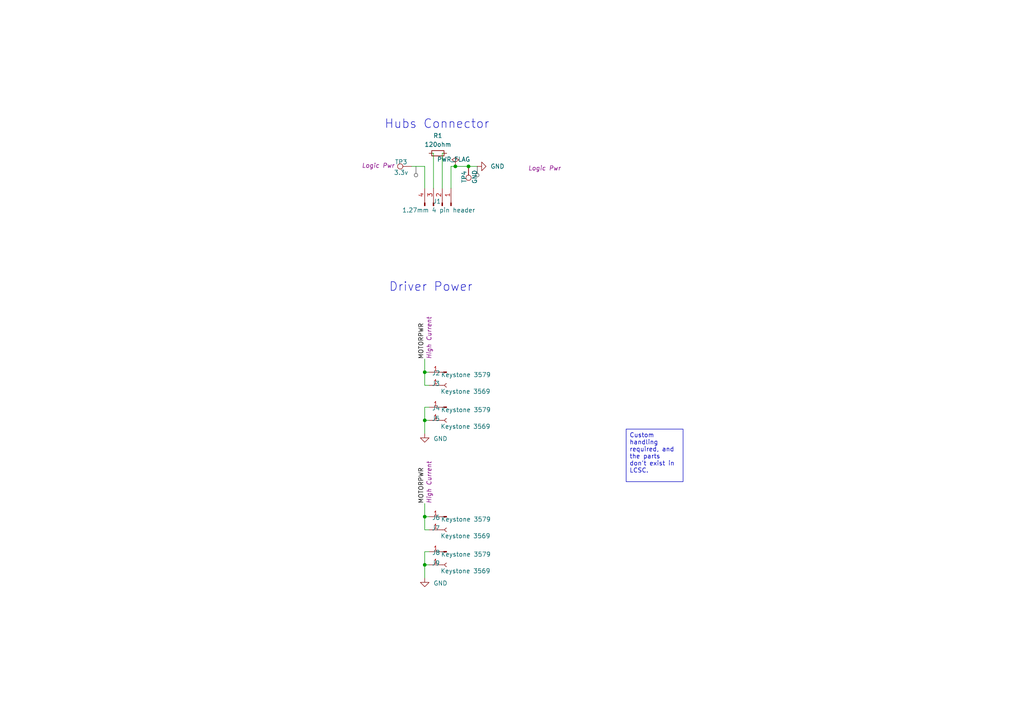
<source format=kicad_sch>
(kicad_sch (version 20231120) (generator "eeschema") (generator_version "8.0")
  (paper "A4")
  (title_block (title "CACKLE Blank End Cap") (date "2024-12-24") (rev "V1") (comment 1 "Author: Asher Edwards"))
  (lib_symbols
    (symbol "Connector:Conn_01x01_Pin" (pin_names (offset 1.016) hide)
      (property "Reference" "J" (at 0 2.54 0))
      (property "Value" "Conn_01x01_Pin" (at 0 -2.54 0))
      (symbol "Conn_01x01_Pin_1_1"
        (polyline (pts (xy 1.27 0) (xy 0.8636 0)) (stroke (width 0.1524)))
        (rectangle (start 0.8636 0.127) (end 0 -0.127) (stroke (width 0.1524)) (fill (type outline)))
        (pin passive line (at 5.08 0 180) (length 3.81) (name "Pin_1") (number "1"))
      )
    )
    (symbol "Connector:Conn_01x01_Socket" (pin_names (offset 1.016) hide)
      (property "Reference" "J" (at 0 2.54 0))
      (property "Value" "Conn_01x01_Socket" (at 0 -2.54 0))
      (symbol "Conn_01x01_Socket_1_1"
        (polyline (pts (xy -1.27 0) (xy -0.508 0)) (stroke (width 0.1524)))
        (arc (start 0 0.508) (mid -0.5058 0) (end 0 -0.508) (stroke (width 0.1524)))
        (pin passive line (at -5.08 0 0) (length 3.81) (name "Pin_1") (number "1"))
      )
    )
    (symbol "Connector:Conn_01x04_Pin" (pin_names (offset 1.016) hide)
      (property "Reference" "J" (at 0 5.08 0))
      (property "Value" "Conn_01x04_Pin" (at 0 -7.62 0))
      (symbol "Conn_01x04_Pin_1_1"
        (polyline (pts (xy 1.27 -5.08) (xy 0.8636 -5.08)) (stroke (width 0.1524)))
        (polyline (pts (xy 1.27 -2.54) (xy 0.8636 -2.54)) (stroke (width 0.1524)))
        (polyline (pts (xy 1.27 0) (xy 0.8636 0)) (stroke (width 0.1524)))
        (polyline (pts (xy 1.27 2.54) (xy 0.8636 2.54)) (stroke (width 0.1524)))
        (rectangle (start 0.8636 -4.953) (end 0 -5.207) (stroke (width 0.1524)) (fill (type outline)))
        (rectangle (start 0.8636 -2.413) (end 0 -2.667) (stroke (width 0.1524)) (fill (type outline)))
        (rectangle (start 0.8636 0.127) (end 0 -0.127) (stroke (width 0.1524)) (fill (type outline)))
        (rectangle (start 0.8636 2.667) (end 0 2.413) (stroke (width 0.1524)) (fill (type outline)))
        (pin passive line (at 5.08 2.54 180) (length 3.81) (name "Pin_1") (number "1"))
        (pin passive line (at 5.08 0 180) (length 3.81) (name "Pin_2") (number "2"))
        (pin passive line (at 5.08 -2.54 180) (length 3.81) (name "Pin_3") (number "3"))
        (pin passive line (at 5.08 -5.08 180) (length 3.81) (name "Pin_4") (number "4"))
      )
    )
    (symbol "Connector:TestPoint" (pin_numbers hide) (pin_names (offset 0.762) hide)
      (property "Reference" "TP" (at 0 6.858 0))
      (property "Value" "TestPoint" (at 0 5.08 0))
      (symbol "TestPoint_0_1"
        (circle (center 0 3.302) (radius 0.762))
      )
      (symbol "TestPoint_1_1"
        (pin passive line (at 0 0 90) (length 2.54) (name "1") (number "1"))
      )
    )
    (symbol "Device:R_Small" (pin_numbers hide) (pin_names (offset 0.254) hide)
      (property "Reference" "R" (at 0.762 0.508 0))
      (property "Value" "R_Small" (at 0.762 -1.016 0))
      (symbol "R_Small_0_1"
        (rectangle (start -0.762 1.778) (end 0.762 -1.778) (stroke (width 0.2032)))
      )
      (symbol "R_Small_1_1"
        (pin passive line (at 0 2.54 270) (length 0.762) (name "~") (number "1"))
        (pin passive line (at 0 -2.54 90) (length 0.762) (name "~") (number "2"))
      )
    )
    (symbol "power:GND" (power) (pin_numbers hide) (pin_names (offset 0) hide)
      (property "Value" "GND" (at 0 -3.81 0))
      (symbol "GND_0_1"
        (polyline (pts (xy 0 0) (xy 0 -1.27) (xy 1.27 -1.27) (xy 0 -2.54) (xy -1.27 -1.27) (xy 0 -1.27)))
      )
      (symbol "GND_1_1"
        (pin power_in line (at 0 0 270) (length 0) (name "~") (number "1"))
      )
    )
    (symbol "power:PWR_FLAG" (power) (pin_numbers hide) (pin_names (offset 0) hide)
      (property "Value" "PWR_FLAG" (at 0 3.81 0))
      (symbol "PWR_FLAG_0_0"
        (pin power_out line (at 0 0 90) (length 0) (name "~") (number "1"))
      )
      (symbol "PWR_FLAG_0_1"
        (polyline (pts (xy 0 0) (xy 0 1.27) (xy -1.016 1.905) (xy 0 2.54) (xy 1.016 1.905) (xy 0 1.27)))
      )
    )
  )
  (junction (at 123.19 149.86))
  (junction (at 132.08 48.26))
  (junction (at 135.89 48.26))
  (junction (at 123.19 163.83))
  (junction (at 123.19 107.95))
  (junction (at 123.19 121.92))
  (wire (pts (xy 124.46 44.45) (xy 125.73 44.45)))
  (wire (pts (xy 119.38 48.26) (xy 123.19 48.26)))
  (wire (pts (xy 123.19 149.86) (xy 124.46 149.86)))
  (wire (pts (xy 130.81 48.26) (xy 132.08 48.26)))
  (wire (pts (xy 123.19 104.14) (xy 123.19 107.95)))
  (wire (pts (xy 123.19 111.76) (xy 124.46 111.76)))
  (wire (pts (xy 123.19 160.02) (xy 123.19 163.83)))
  (wire (pts (xy 124.46 160.02) (xy 123.19 160.02)))
  (wire (pts (xy 123.19 163.83) (xy 124.46 163.83)))
  (wire (pts (xy 123.19 153.67) (xy 124.46 153.67)))
  (wire (pts (xy 128.27 44.45) (xy 129.54 44.45)))
  (wire (pts (xy 132.08 48.26) (xy 135.89 48.26)))
  (wire (pts (xy 123.19 107.95) (xy 123.19 111.76)))
  (wire (pts (xy 130.81 54.61) (xy 130.81 48.26)))
  (wire (pts (xy 128.27 54.61) (xy 128.27 44.45)))
  (wire (pts (xy 123.19 146.05) (xy 123.19 149.86)))
  (wire (pts (xy 123.19 149.86) (xy 123.19 153.67)))
  (wire (pts (xy 135.89 48.26) (xy 138.43 48.26)))
  (wire (pts (xy 123.19 54.61) (xy 123.19 48.26)))
  (wire (pts (xy 124.46 118.11) (xy 123.19 118.11)))
  (wire (pts (xy 123.19 121.92) (xy 124.46 121.92)))
  (wire (pts (xy 123.19 118.11) (xy 123.19 121.92)))
  (wire (pts (xy 125.73 54.61) (xy 125.73 44.45)))
  (wire (pts (xy 123.19 121.92) (xy 123.19 125.73)))
  (wire (pts (xy 123.19 163.83) (xy 123.19 167.64)))
  (wire (pts (xy 123.19 107.95) (xy 124.46 107.95)))
  (text_box "Custom handling required, and the parts don't exist in LCSC." (at 181.61 124.46 0) (size 16.51 15.24) (effects (font (size 1.27 1.27)) (justify left top)))
  (text "Hubs Connector" (at 126.746 36.068 0) (effects (font (size 2.54 2.54))))
  (text "Driver Power" (at 124.968 83.312 0) (effects (font (size 2.54 2.54))))
  (label "MOTORPWR" (at 123.19 146.05 90) (property "Netclass" "High Current" (at 124.46 146.05 90) (effects (font (italic yes)) (justify left))))
  (label "MOTORPWR" (at 123.19 104.14 90) (property "Netclass" "High Current" (at 124.46 104.14 90) (effects (font (italic yes)) (justify left))))
  (netclass_flag "" (length 2.54) (shape round) (at 138.43 48.26 180) (property "Netclass" "Logic Pwr" (at 153.162 48.768 0) (effects (font (italic yes)) (justify left))))
  (netclass_flag "" (length 2.54) (shape round) (at 120.65 48.26 180) (property "Netclass" "Logic Pwr" (at 104.902 48.006 0) (effects (font (italic yes)) (justify left))))
  (symbol (lib_id "power:GND") (at 123.19 125.73 0) (unit 1)
    (property "Reference" "#PWR02" (effects (hide yes)))
    (property "Value" "GND" (at 129.794 127.254 0) (effects (justify right)))
    (property "Description" "Power symbol creates a global label with name \"GND\" , ground" (effects (hide yes)))
  )
  (symbol (lib_id "Connector:Conn_01x01_Socket") (at 129.54 153.67 0) (unit 1)
    (property "Reference" "J7" (at 125.222 153.162 0) (effects (justify left)))
    (property "Value" "Keystone 3569" (at 127.762 155.448 0) (effects (justify left)))
    (property "Footprint" "custom_Connector:Keystone_3569_half" (effects (hide yes)))
    (property "Description" "Generic connector, single row, 01x01, script generated" (effects (hide yes)))
  )
  (symbol (lib_id "Connector:Conn_01x01_Pin") (at 129.54 160.02 180) (unit 1)
    (property "Reference" "J8" (at 126.492 160.274 0))
    (property "Value" "Keystone 3579" (at 135.128 160.782 0))
    (property "Footprint" "custom_Connector:Keystone_3579" (effects (hide yes)))
    (property "Description" "Generic connector, single row, 01x01, script generated" (effects (hide yes)))
  )
  (symbol (lib_id "power:GND") (at 138.43 48.26 90) (mirror x) (unit 1)
    (property "Reference" "#PWR01" (effects (hide yes)))
    (property "Value" "GND" (at 142.24 48.2601 90) (effects (justify right)))
    (property "Description" "Power symbol creates a global label with name \"GND\" , ground" (effects (hide yes)))
  )
  (symbol (lib_id "power:PWR_FLAG") (at 132.08 48.26 0) (mirror y) (unit 1)
    (property "Reference" "#FLG01" (effects (hide yes)))
    (property "Value" "PWR_FLAG" (at 131.572 46.228 0))
    (property "Description" "Special symbol for telling ERC where power comes from" (effects (hide yes)))
  )
  (symbol (lib_id "Connector:Conn_01x01_Socket") (at 129.54 121.92 0) (unit 1)
    (property "Reference" "J5" (at 125.222 121.412 0) (effects (justify left)))
    (property "Value" "Keystone 3569" (at 127.762 123.698 0) (effects (justify left)))
    (property "Footprint" "custom_Connector:Keystone_3569_half" (effects (hide yes)))
    (property "Description" "Generic connector, single row, 01x01, script generated" (effects (hide yes)))
  )
  (symbol (lib_id "Connector:Conn_01x04_Pin") (at 128.27 59.69 270) (mirror x) (unit 1)
    (property "Reference" "J1" (at 126.746 58.42 90))
    (property "Value" "1.27mm 4 pin header" (at 127.254 60.96 90))
    (property "Footprint" "Connector_PinHeader_1.27mm:PinHeader_1x04_P1.27mm_Vertical" (effects (hide yes)))
    (property "Description" "Generic connector, single row, 01x04, script generated" (effects (hide yes)))
  )
  (symbol (lib_id "Connector:TestPoint") (at 135.89 48.26 180) (unit 1)
    (property "Reference" "TP4" (at 134.62 51.308 90))
    (property "Value" "GND" (at 137.668 51.308 90))
    (property "Footprint" "TestPoint:TestPoint_Pad_D1.0mm" (effects (hide yes)))
    (property "Description" "test point" (effects (hide yes)))
  )
  (symbol (lib_id "Connector:TestPoint") (at 119.38 48.26 90) (unit 1)
    (property "Reference" "TP3" (at 116.332 46.99 90))
    (property "Value" "3.3v" (at 116.332 50.038 90))
    (property "Footprint" "TestPoint:TestPoint_Pad_D1.0mm" (effects (hide yes)))
    (property "Description" "test point" (effects (hide yes)))
  )
  (symbol (lib_id "Connector:Conn_01x01_Socket") (at 129.54 163.83 0) (unit 1)
    (property "Reference" "J9" (at 125.222 163.322 0) (effects (justify left)))
    (property "Value" "Keystone 3569" (at 127.762 165.608 0) (effects (justify left)))
    (property "Footprint" "custom_Connector:Keystone_3569_half" (effects (hide yes)))
    (property "Description" "Generic connector, single row, 01x01, script generated" (effects (hide yes)))
  )
  (symbol (lib_id "Connector:Conn_01x01_Pin") (at 129.54 118.11 180) (unit 1)
    (property "Reference" "J4" (at 126.492 118.364 0))
    (property "Value" "Keystone 3579" (at 135.128 118.872 0))
    (property "Footprint" "custom_Connector:Keystone_3579" (effects (hide yes)))
    (property "Description" "Generic connector, single row, 01x01, script generated" (effects (hide yes)))
  )
  (symbol (lib_id "Device:R_Small") (at 127 44.45 90) (unit 1)
    (property "Reference" "R1" (at 127 39.37 90))
    (property "Value" "120ohm" (at 127 41.91 90))
    (property "Footprint" "Resistor_SMD:R_0402_1005Metric" (effects (hide yes)))
    (property "Description" "Resistor, small symbol" (effects (hide yes)))
  )
  (symbol (lib_id "Connector:Conn_01x01_Socket") (at 129.54 111.76 0) (unit 1)
    (property "Reference" "J3" (at 125.222 111.252 0) (effects (justify left)))
    (property "Value" "Keystone 3569" (at 127.762 113.538 0) (effects (justify left)))
    (property "Footprint" "custom_Connector:Keystone_3569_half" (effects (hide yes)))
    (property "Description" "Generic connector, single row, 01x01, script generated" (effects (hide yes)))
  )
  (symbol (lib_id "Connector:Conn_01x01_Pin") (at 129.54 149.86 180) (unit 1)
    (property "Reference" "J6" (at 126.492 150.114 0))
    (property "Value" "Keystone 3579" (at 135.128 150.622 0))
    (property "Footprint" "custom_Connector:Keystone_3579" (effects (hide yes)))
    (property "Description" "Generic connector, single row, 01x01, script generated" (effects (hide yes)))
  )
  (symbol (lib_id "Connector:Conn_01x01_Pin") (at 129.54 107.95 180) (unit 1)
    (property "Reference" "J2" (at 126.492 108.204 0))
    (property "Value" "Keystone 3579" (at 135.128 108.712 0))
    (property "Footprint" "custom_Connector:Keystone_3579" (effects (hide yes)))
    (property "Description" "Generic connector, single row, 01x01, script generated" (effects (hide yes)))
  )
  (symbol (lib_id "power:GND") (at 123.19 167.64 0) (unit 1)
    (property "Reference" "#PWR03" (effects (hide yes)))
    (property "Value" "GND" (at 129.794 169.164 0) (effects (justify right)))
    (property "Description" "Power symbol creates a global label with name \"GND\" , ground" (effects (hide yes)))
  )
)
</source>
